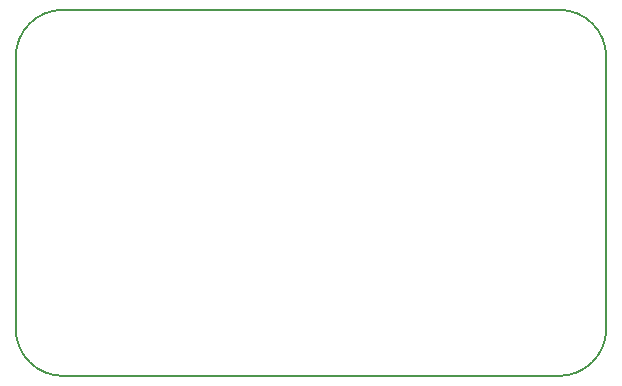
<source format=gbr>
G04 #@! TF.GenerationSoftware,KiCad,Pcbnew,(5.0.1)-rc2*
G04 #@! TF.CreationDate,2019-04-27T23:34:42+02:00*
G04 #@! TF.ProjectId,Noiseless Switching Supply,4E6F6973656C65737320537769746368,rev?*
G04 #@! TF.SameCoordinates,Original*
G04 #@! TF.FileFunction,Profile,NP*
%FSLAX46Y46*%
G04 Gerber Fmt 4.6, Leading zero omitted, Abs format (unit mm)*
G04 Created by KiCad (PCBNEW (5.0.1)-rc2) date 27-04-2019 23:34:42*
%MOMM*%
%LPD*%
G01*
G04 APERTURE LIST*
%ADD10C,0.150000*%
G04 #@! TA.AperFunction,NonConductor*
%ADD11C,0.150000*%
G04 #@! TD*
G04 APERTURE END LIST*
D10*
X124000000Y-93500000D02*
X124000000Y-116500000D01*
X128000000Y-120500000D02*
X170000000Y-120500000D01*
X174000000Y-93500000D02*
X174000000Y-116500000D01*
X128000000Y-89500000D02*
X170000000Y-89500000D01*
X124000000Y-116500000D02*
G75*
G03X128000000Y-120500000I4000000J0D01*
G01*
X170000000Y-120500000D02*
G75*
G03X174000000Y-116500000I0J4000000D01*
G01*
X174000000Y-93500000D02*
G75*
G03X170000000Y-89500000I-4000000J0D01*
G01*
X128000000Y-89500000D02*
G75*
G03X124000000Y-93500000I0J-4000000D01*
G01*
D11*
G04 #@! TO.C,PCB1*
X128000000Y-89500000D02*
X170000000Y-89500000D01*
X174000000Y-93500000D02*
X174000000Y-116500000D01*
X170000000Y-120500000D02*
X128000000Y-120500000D01*
X124000000Y-116500000D02*
X124000000Y-93500000D01*
X170000000Y-89500000D02*
G75*
G02X174000000Y-93500000I0J-4000000D01*
G01*
X124000000Y-93500000D02*
G75*
G02X128000000Y-89500000I4000000J0D01*
G01*
X128000000Y-120500000D02*
G75*
G02X124000000Y-116500000I0J4000000D01*
G01*
X174000000Y-116500000D02*
G75*
G02X170000000Y-120500000I-4000000J0D01*
G01*
G04 #@! TD*
M02*

</source>
